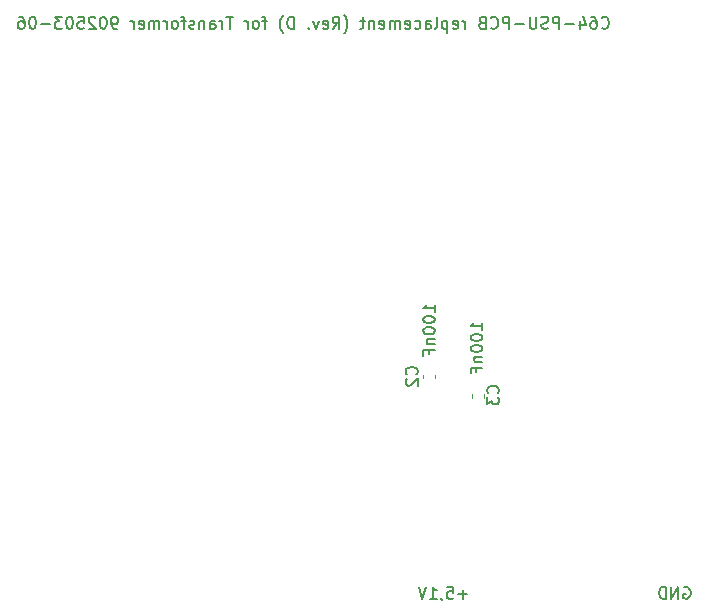
<source format=gbr>
%TF.GenerationSoftware,KiCad,Pcbnew,7.0.9*%
%TF.CreationDate,2025-04-20T12:55:00+02:00*%
%TF.ProjectId,C64-PSU-PCB-replacement-for-902503-06,4336342d-5053-4552-9d50-43422d726570,D*%
%TF.SameCoordinates,Original*%
%TF.FileFunction,Legend,Bot*%
%TF.FilePolarity,Positive*%
%FSLAX46Y46*%
G04 Gerber Fmt 4.6, Leading zero omitted, Abs format (unit mm)*
G04 Created by KiCad (PCBNEW 7.0.9) date 2025-04-20 12:55:00*
%MOMM*%
%LPD*%
G01*
G04 APERTURE LIST*
%ADD10C,0.150000*%
%ADD11C,0.120000*%
G04 APERTURE END LIST*
D10*
X86380765Y-27029580D02*
X86428384Y-27077200D01*
X86428384Y-27077200D02*
X86571241Y-27124819D01*
X86571241Y-27124819D02*
X86666479Y-27124819D01*
X86666479Y-27124819D02*
X86809336Y-27077200D01*
X86809336Y-27077200D02*
X86904574Y-26981961D01*
X86904574Y-26981961D02*
X86952193Y-26886723D01*
X86952193Y-26886723D02*
X86999812Y-26696247D01*
X86999812Y-26696247D02*
X86999812Y-26553390D01*
X86999812Y-26553390D02*
X86952193Y-26362914D01*
X86952193Y-26362914D02*
X86904574Y-26267676D01*
X86904574Y-26267676D02*
X86809336Y-26172438D01*
X86809336Y-26172438D02*
X86666479Y-26124819D01*
X86666479Y-26124819D02*
X86571241Y-26124819D01*
X86571241Y-26124819D02*
X86428384Y-26172438D01*
X86428384Y-26172438D02*
X86380765Y-26220057D01*
X85523622Y-26124819D02*
X85714098Y-26124819D01*
X85714098Y-26124819D02*
X85809336Y-26172438D01*
X85809336Y-26172438D02*
X85856955Y-26220057D01*
X85856955Y-26220057D02*
X85952193Y-26362914D01*
X85952193Y-26362914D02*
X85999812Y-26553390D01*
X85999812Y-26553390D02*
X85999812Y-26934342D01*
X85999812Y-26934342D02*
X85952193Y-27029580D01*
X85952193Y-27029580D02*
X85904574Y-27077200D01*
X85904574Y-27077200D02*
X85809336Y-27124819D01*
X85809336Y-27124819D02*
X85618860Y-27124819D01*
X85618860Y-27124819D02*
X85523622Y-27077200D01*
X85523622Y-27077200D02*
X85476003Y-27029580D01*
X85476003Y-27029580D02*
X85428384Y-26934342D01*
X85428384Y-26934342D02*
X85428384Y-26696247D01*
X85428384Y-26696247D02*
X85476003Y-26601009D01*
X85476003Y-26601009D02*
X85523622Y-26553390D01*
X85523622Y-26553390D02*
X85618860Y-26505771D01*
X85618860Y-26505771D02*
X85809336Y-26505771D01*
X85809336Y-26505771D02*
X85904574Y-26553390D01*
X85904574Y-26553390D02*
X85952193Y-26601009D01*
X85952193Y-26601009D02*
X85999812Y-26696247D01*
X84571241Y-26458152D02*
X84571241Y-27124819D01*
X84809336Y-26077200D02*
X85047431Y-26791485D01*
X85047431Y-26791485D02*
X84428384Y-26791485D01*
X84047431Y-26743866D02*
X83285527Y-26743866D01*
X82809336Y-27124819D02*
X82809336Y-26124819D01*
X82809336Y-26124819D02*
X82428384Y-26124819D01*
X82428384Y-26124819D02*
X82333146Y-26172438D01*
X82333146Y-26172438D02*
X82285527Y-26220057D01*
X82285527Y-26220057D02*
X82237908Y-26315295D01*
X82237908Y-26315295D02*
X82237908Y-26458152D01*
X82237908Y-26458152D02*
X82285527Y-26553390D01*
X82285527Y-26553390D02*
X82333146Y-26601009D01*
X82333146Y-26601009D02*
X82428384Y-26648628D01*
X82428384Y-26648628D02*
X82809336Y-26648628D01*
X81856955Y-27077200D02*
X81714098Y-27124819D01*
X81714098Y-27124819D02*
X81476003Y-27124819D01*
X81476003Y-27124819D02*
X81380765Y-27077200D01*
X81380765Y-27077200D02*
X81333146Y-27029580D01*
X81333146Y-27029580D02*
X81285527Y-26934342D01*
X81285527Y-26934342D02*
X81285527Y-26839104D01*
X81285527Y-26839104D02*
X81333146Y-26743866D01*
X81333146Y-26743866D02*
X81380765Y-26696247D01*
X81380765Y-26696247D02*
X81476003Y-26648628D01*
X81476003Y-26648628D02*
X81666479Y-26601009D01*
X81666479Y-26601009D02*
X81761717Y-26553390D01*
X81761717Y-26553390D02*
X81809336Y-26505771D01*
X81809336Y-26505771D02*
X81856955Y-26410533D01*
X81856955Y-26410533D02*
X81856955Y-26315295D01*
X81856955Y-26315295D02*
X81809336Y-26220057D01*
X81809336Y-26220057D02*
X81761717Y-26172438D01*
X81761717Y-26172438D02*
X81666479Y-26124819D01*
X81666479Y-26124819D02*
X81428384Y-26124819D01*
X81428384Y-26124819D02*
X81285527Y-26172438D01*
X80856955Y-26124819D02*
X80856955Y-26934342D01*
X80856955Y-26934342D02*
X80809336Y-27029580D01*
X80809336Y-27029580D02*
X80761717Y-27077200D01*
X80761717Y-27077200D02*
X80666479Y-27124819D01*
X80666479Y-27124819D02*
X80476003Y-27124819D01*
X80476003Y-27124819D02*
X80380765Y-27077200D01*
X80380765Y-27077200D02*
X80333146Y-27029580D01*
X80333146Y-27029580D02*
X80285527Y-26934342D01*
X80285527Y-26934342D02*
X80285527Y-26124819D01*
X79809336Y-26743866D02*
X79047432Y-26743866D01*
X78571241Y-27124819D02*
X78571241Y-26124819D01*
X78571241Y-26124819D02*
X78190289Y-26124819D01*
X78190289Y-26124819D02*
X78095051Y-26172438D01*
X78095051Y-26172438D02*
X78047432Y-26220057D01*
X78047432Y-26220057D02*
X77999813Y-26315295D01*
X77999813Y-26315295D02*
X77999813Y-26458152D01*
X77999813Y-26458152D02*
X78047432Y-26553390D01*
X78047432Y-26553390D02*
X78095051Y-26601009D01*
X78095051Y-26601009D02*
X78190289Y-26648628D01*
X78190289Y-26648628D02*
X78571241Y-26648628D01*
X76999813Y-27029580D02*
X77047432Y-27077200D01*
X77047432Y-27077200D02*
X77190289Y-27124819D01*
X77190289Y-27124819D02*
X77285527Y-27124819D01*
X77285527Y-27124819D02*
X77428384Y-27077200D01*
X77428384Y-27077200D02*
X77523622Y-26981961D01*
X77523622Y-26981961D02*
X77571241Y-26886723D01*
X77571241Y-26886723D02*
X77618860Y-26696247D01*
X77618860Y-26696247D02*
X77618860Y-26553390D01*
X77618860Y-26553390D02*
X77571241Y-26362914D01*
X77571241Y-26362914D02*
X77523622Y-26267676D01*
X77523622Y-26267676D02*
X77428384Y-26172438D01*
X77428384Y-26172438D02*
X77285527Y-26124819D01*
X77285527Y-26124819D02*
X77190289Y-26124819D01*
X77190289Y-26124819D02*
X77047432Y-26172438D01*
X77047432Y-26172438D02*
X76999813Y-26220057D01*
X76237908Y-26601009D02*
X76095051Y-26648628D01*
X76095051Y-26648628D02*
X76047432Y-26696247D01*
X76047432Y-26696247D02*
X75999813Y-26791485D01*
X75999813Y-26791485D02*
X75999813Y-26934342D01*
X75999813Y-26934342D02*
X76047432Y-27029580D01*
X76047432Y-27029580D02*
X76095051Y-27077200D01*
X76095051Y-27077200D02*
X76190289Y-27124819D01*
X76190289Y-27124819D02*
X76571241Y-27124819D01*
X76571241Y-27124819D02*
X76571241Y-26124819D01*
X76571241Y-26124819D02*
X76237908Y-26124819D01*
X76237908Y-26124819D02*
X76142670Y-26172438D01*
X76142670Y-26172438D02*
X76095051Y-26220057D01*
X76095051Y-26220057D02*
X76047432Y-26315295D01*
X76047432Y-26315295D02*
X76047432Y-26410533D01*
X76047432Y-26410533D02*
X76095051Y-26505771D01*
X76095051Y-26505771D02*
X76142670Y-26553390D01*
X76142670Y-26553390D02*
X76237908Y-26601009D01*
X76237908Y-26601009D02*
X76571241Y-26601009D01*
X74809336Y-27124819D02*
X74809336Y-26458152D01*
X74809336Y-26648628D02*
X74761717Y-26553390D01*
X74761717Y-26553390D02*
X74714098Y-26505771D01*
X74714098Y-26505771D02*
X74618860Y-26458152D01*
X74618860Y-26458152D02*
X74523622Y-26458152D01*
X73809336Y-27077200D02*
X73904574Y-27124819D01*
X73904574Y-27124819D02*
X74095050Y-27124819D01*
X74095050Y-27124819D02*
X74190288Y-27077200D01*
X74190288Y-27077200D02*
X74237907Y-26981961D01*
X74237907Y-26981961D02*
X74237907Y-26601009D01*
X74237907Y-26601009D02*
X74190288Y-26505771D01*
X74190288Y-26505771D02*
X74095050Y-26458152D01*
X74095050Y-26458152D02*
X73904574Y-26458152D01*
X73904574Y-26458152D02*
X73809336Y-26505771D01*
X73809336Y-26505771D02*
X73761717Y-26601009D01*
X73761717Y-26601009D02*
X73761717Y-26696247D01*
X73761717Y-26696247D02*
X74237907Y-26791485D01*
X73333145Y-26458152D02*
X73333145Y-27458152D01*
X73333145Y-26505771D02*
X73237907Y-26458152D01*
X73237907Y-26458152D02*
X73047431Y-26458152D01*
X73047431Y-26458152D02*
X72952193Y-26505771D01*
X72952193Y-26505771D02*
X72904574Y-26553390D01*
X72904574Y-26553390D02*
X72856955Y-26648628D01*
X72856955Y-26648628D02*
X72856955Y-26934342D01*
X72856955Y-26934342D02*
X72904574Y-27029580D01*
X72904574Y-27029580D02*
X72952193Y-27077200D01*
X72952193Y-27077200D02*
X73047431Y-27124819D01*
X73047431Y-27124819D02*
X73237907Y-27124819D01*
X73237907Y-27124819D02*
X73333145Y-27077200D01*
X72285526Y-27124819D02*
X72380764Y-27077200D01*
X72380764Y-27077200D02*
X72428383Y-26981961D01*
X72428383Y-26981961D02*
X72428383Y-26124819D01*
X71476002Y-27124819D02*
X71476002Y-26601009D01*
X71476002Y-26601009D02*
X71523621Y-26505771D01*
X71523621Y-26505771D02*
X71618859Y-26458152D01*
X71618859Y-26458152D02*
X71809335Y-26458152D01*
X71809335Y-26458152D02*
X71904573Y-26505771D01*
X71476002Y-27077200D02*
X71571240Y-27124819D01*
X71571240Y-27124819D02*
X71809335Y-27124819D01*
X71809335Y-27124819D02*
X71904573Y-27077200D01*
X71904573Y-27077200D02*
X71952192Y-26981961D01*
X71952192Y-26981961D02*
X71952192Y-26886723D01*
X71952192Y-26886723D02*
X71904573Y-26791485D01*
X71904573Y-26791485D02*
X71809335Y-26743866D01*
X71809335Y-26743866D02*
X71571240Y-26743866D01*
X71571240Y-26743866D02*
X71476002Y-26696247D01*
X70571240Y-27077200D02*
X70666478Y-27124819D01*
X70666478Y-27124819D02*
X70856954Y-27124819D01*
X70856954Y-27124819D02*
X70952192Y-27077200D01*
X70952192Y-27077200D02*
X70999811Y-27029580D01*
X70999811Y-27029580D02*
X71047430Y-26934342D01*
X71047430Y-26934342D02*
X71047430Y-26648628D01*
X71047430Y-26648628D02*
X70999811Y-26553390D01*
X70999811Y-26553390D02*
X70952192Y-26505771D01*
X70952192Y-26505771D02*
X70856954Y-26458152D01*
X70856954Y-26458152D02*
X70666478Y-26458152D01*
X70666478Y-26458152D02*
X70571240Y-26505771D01*
X69761716Y-27077200D02*
X69856954Y-27124819D01*
X69856954Y-27124819D02*
X70047430Y-27124819D01*
X70047430Y-27124819D02*
X70142668Y-27077200D01*
X70142668Y-27077200D02*
X70190287Y-26981961D01*
X70190287Y-26981961D02*
X70190287Y-26601009D01*
X70190287Y-26601009D02*
X70142668Y-26505771D01*
X70142668Y-26505771D02*
X70047430Y-26458152D01*
X70047430Y-26458152D02*
X69856954Y-26458152D01*
X69856954Y-26458152D02*
X69761716Y-26505771D01*
X69761716Y-26505771D02*
X69714097Y-26601009D01*
X69714097Y-26601009D02*
X69714097Y-26696247D01*
X69714097Y-26696247D02*
X70190287Y-26791485D01*
X69285525Y-27124819D02*
X69285525Y-26458152D01*
X69285525Y-26553390D02*
X69237906Y-26505771D01*
X69237906Y-26505771D02*
X69142668Y-26458152D01*
X69142668Y-26458152D02*
X68999811Y-26458152D01*
X68999811Y-26458152D02*
X68904573Y-26505771D01*
X68904573Y-26505771D02*
X68856954Y-26601009D01*
X68856954Y-26601009D02*
X68856954Y-27124819D01*
X68856954Y-26601009D02*
X68809335Y-26505771D01*
X68809335Y-26505771D02*
X68714097Y-26458152D01*
X68714097Y-26458152D02*
X68571240Y-26458152D01*
X68571240Y-26458152D02*
X68476001Y-26505771D01*
X68476001Y-26505771D02*
X68428382Y-26601009D01*
X68428382Y-26601009D02*
X68428382Y-27124819D01*
X67571240Y-27077200D02*
X67666478Y-27124819D01*
X67666478Y-27124819D02*
X67856954Y-27124819D01*
X67856954Y-27124819D02*
X67952192Y-27077200D01*
X67952192Y-27077200D02*
X67999811Y-26981961D01*
X67999811Y-26981961D02*
X67999811Y-26601009D01*
X67999811Y-26601009D02*
X67952192Y-26505771D01*
X67952192Y-26505771D02*
X67856954Y-26458152D01*
X67856954Y-26458152D02*
X67666478Y-26458152D01*
X67666478Y-26458152D02*
X67571240Y-26505771D01*
X67571240Y-26505771D02*
X67523621Y-26601009D01*
X67523621Y-26601009D02*
X67523621Y-26696247D01*
X67523621Y-26696247D02*
X67999811Y-26791485D01*
X67095049Y-26458152D02*
X67095049Y-27124819D01*
X67095049Y-26553390D02*
X67047430Y-26505771D01*
X67047430Y-26505771D02*
X66952192Y-26458152D01*
X66952192Y-26458152D02*
X66809335Y-26458152D01*
X66809335Y-26458152D02*
X66714097Y-26505771D01*
X66714097Y-26505771D02*
X66666478Y-26601009D01*
X66666478Y-26601009D02*
X66666478Y-27124819D01*
X66333144Y-26458152D02*
X65952192Y-26458152D01*
X66190287Y-26124819D02*
X66190287Y-26981961D01*
X66190287Y-26981961D02*
X66142668Y-27077200D01*
X66142668Y-27077200D02*
X66047430Y-27124819D01*
X66047430Y-27124819D02*
X65952192Y-27124819D01*
X64571239Y-27505771D02*
X64618858Y-27458152D01*
X64618858Y-27458152D02*
X64714096Y-27315295D01*
X64714096Y-27315295D02*
X64761715Y-27220057D01*
X64761715Y-27220057D02*
X64809334Y-27077200D01*
X64809334Y-27077200D02*
X64856953Y-26839104D01*
X64856953Y-26839104D02*
X64856953Y-26648628D01*
X64856953Y-26648628D02*
X64809334Y-26410533D01*
X64809334Y-26410533D02*
X64761715Y-26267676D01*
X64761715Y-26267676D02*
X64714096Y-26172438D01*
X64714096Y-26172438D02*
X64618858Y-26029580D01*
X64618858Y-26029580D02*
X64571239Y-25981961D01*
X63618858Y-27124819D02*
X63952191Y-26648628D01*
X64190286Y-27124819D02*
X64190286Y-26124819D01*
X64190286Y-26124819D02*
X63809334Y-26124819D01*
X63809334Y-26124819D02*
X63714096Y-26172438D01*
X63714096Y-26172438D02*
X63666477Y-26220057D01*
X63666477Y-26220057D02*
X63618858Y-26315295D01*
X63618858Y-26315295D02*
X63618858Y-26458152D01*
X63618858Y-26458152D02*
X63666477Y-26553390D01*
X63666477Y-26553390D02*
X63714096Y-26601009D01*
X63714096Y-26601009D02*
X63809334Y-26648628D01*
X63809334Y-26648628D02*
X64190286Y-26648628D01*
X62809334Y-27077200D02*
X62904572Y-27124819D01*
X62904572Y-27124819D02*
X63095048Y-27124819D01*
X63095048Y-27124819D02*
X63190286Y-27077200D01*
X63190286Y-27077200D02*
X63237905Y-26981961D01*
X63237905Y-26981961D02*
X63237905Y-26601009D01*
X63237905Y-26601009D02*
X63190286Y-26505771D01*
X63190286Y-26505771D02*
X63095048Y-26458152D01*
X63095048Y-26458152D02*
X62904572Y-26458152D01*
X62904572Y-26458152D02*
X62809334Y-26505771D01*
X62809334Y-26505771D02*
X62761715Y-26601009D01*
X62761715Y-26601009D02*
X62761715Y-26696247D01*
X62761715Y-26696247D02*
X63237905Y-26791485D01*
X62428381Y-26458152D02*
X62190286Y-27124819D01*
X62190286Y-27124819D02*
X61952191Y-26458152D01*
X61571238Y-27029580D02*
X61523619Y-27077200D01*
X61523619Y-27077200D02*
X61571238Y-27124819D01*
X61571238Y-27124819D02*
X61618857Y-27077200D01*
X61618857Y-27077200D02*
X61571238Y-27029580D01*
X61571238Y-27029580D02*
X61571238Y-27124819D01*
X60333143Y-27124819D02*
X60333143Y-26124819D01*
X60333143Y-26124819D02*
X60095048Y-26124819D01*
X60095048Y-26124819D02*
X59952191Y-26172438D01*
X59952191Y-26172438D02*
X59856953Y-26267676D01*
X59856953Y-26267676D02*
X59809334Y-26362914D01*
X59809334Y-26362914D02*
X59761715Y-26553390D01*
X59761715Y-26553390D02*
X59761715Y-26696247D01*
X59761715Y-26696247D02*
X59809334Y-26886723D01*
X59809334Y-26886723D02*
X59856953Y-26981961D01*
X59856953Y-26981961D02*
X59952191Y-27077200D01*
X59952191Y-27077200D02*
X60095048Y-27124819D01*
X60095048Y-27124819D02*
X60333143Y-27124819D01*
X59428381Y-27505771D02*
X59380762Y-27458152D01*
X59380762Y-27458152D02*
X59285524Y-27315295D01*
X59285524Y-27315295D02*
X59237905Y-27220057D01*
X59237905Y-27220057D02*
X59190286Y-27077200D01*
X59190286Y-27077200D02*
X59142667Y-26839104D01*
X59142667Y-26839104D02*
X59142667Y-26648628D01*
X59142667Y-26648628D02*
X59190286Y-26410533D01*
X59190286Y-26410533D02*
X59237905Y-26267676D01*
X59237905Y-26267676D02*
X59285524Y-26172438D01*
X59285524Y-26172438D02*
X59380762Y-26029580D01*
X59380762Y-26029580D02*
X59428381Y-25981961D01*
X58047428Y-26458152D02*
X57666476Y-26458152D01*
X57904571Y-27124819D02*
X57904571Y-26267676D01*
X57904571Y-26267676D02*
X57856952Y-26172438D01*
X57856952Y-26172438D02*
X57761714Y-26124819D01*
X57761714Y-26124819D02*
X57666476Y-26124819D01*
X57190285Y-27124819D02*
X57285523Y-27077200D01*
X57285523Y-27077200D02*
X57333142Y-27029580D01*
X57333142Y-27029580D02*
X57380761Y-26934342D01*
X57380761Y-26934342D02*
X57380761Y-26648628D01*
X57380761Y-26648628D02*
X57333142Y-26553390D01*
X57333142Y-26553390D02*
X57285523Y-26505771D01*
X57285523Y-26505771D02*
X57190285Y-26458152D01*
X57190285Y-26458152D02*
X57047428Y-26458152D01*
X57047428Y-26458152D02*
X56952190Y-26505771D01*
X56952190Y-26505771D02*
X56904571Y-26553390D01*
X56904571Y-26553390D02*
X56856952Y-26648628D01*
X56856952Y-26648628D02*
X56856952Y-26934342D01*
X56856952Y-26934342D02*
X56904571Y-27029580D01*
X56904571Y-27029580D02*
X56952190Y-27077200D01*
X56952190Y-27077200D02*
X57047428Y-27124819D01*
X57047428Y-27124819D02*
X57190285Y-27124819D01*
X56428380Y-27124819D02*
X56428380Y-26458152D01*
X56428380Y-26648628D02*
X56380761Y-26553390D01*
X56380761Y-26553390D02*
X56333142Y-26505771D01*
X56333142Y-26505771D02*
X56237904Y-26458152D01*
X56237904Y-26458152D02*
X56142666Y-26458152D01*
X55190284Y-26124819D02*
X54618856Y-26124819D01*
X54904570Y-27124819D02*
X54904570Y-26124819D01*
X54285522Y-27124819D02*
X54285522Y-26458152D01*
X54285522Y-26648628D02*
X54237903Y-26553390D01*
X54237903Y-26553390D02*
X54190284Y-26505771D01*
X54190284Y-26505771D02*
X54095046Y-26458152D01*
X54095046Y-26458152D02*
X53999808Y-26458152D01*
X53237903Y-27124819D02*
X53237903Y-26601009D01*
X53237903Y-26601009D02*
X53285522Y-26505771D01*
X53285522Y-26505771D02*
X53380760Y-26458152D01*
X53380760Y-26458152D02*
X53571236Y-26458152D01*
X53571236Y-26458152D02*
X53666474Y-26505771D01*
X53237903Y-27077200D02*
X53333141Y-27124819D01*
X53333141Y-27124819D02*
X53571236Y-27124819D01*
X53571236Y-27124819D02*
X53666474Y-27077200D01*
X53666474Y-27077200D02*
X53714093Y-26981961D01*
X53714093Y-26981961D02*
X53714093Y-26886723D01*
X53714093Y-26886723D02*
X53666474Y-26791485D01*
X53666474Y-26791485D02*
X53571236Y-26743866D01*
X53571236Y-26743866D02*
X53333141Y-26743866D01*
X53333141Y-26743866D02*
X53237903Y-26696247D01*
X52761712Y-26458152D02*
X52761712Y-27124819D01*
X52761712Y-26553390D02*
X52714093Y-26505771D01*
X52714093Y-26505771D02*
X52618855Y-26458152D01*
X52618855Y-26458152D02*
X52475998Y-26458152D01*
X52475998Y-26458152D02*
X52380760Y-26505771D01*
X52380760Y-26505771D02*
X52333141Y-26601009D01*
X52333141Y-26601009D02*
X52333141Y-27124819D01*
X51904569Y-27077200D02*
X51809331Y-27124819D01*
X51809331Y-27124819D02*
X51618855Y-27124819D01*
X51618855Y-27124819D02*
X51523617Y-27077200D01*
X51523617Y-27077200D02*
X51475998Y-26981961D01*
X51475998Y-26981961D02*
X51475998Y-26934342D01*
X51475998Y-26934342D02*
X51523617Y-26839104D01*
X51523617Y-26839104D02*
X51618855Y-26791485D01*
X51618855Y-26791485D02*
X51761712Y-26791485D01*
X51761712Y-26791485D02*
X51856950Y-26743866D01*
X51856950Y-26743866D02*
X51904569Y-26648628D01*
X51904569Y-26648628D02*
X51904569Y-26601009D01*
X51904569Y-26601009D02*
X51856950Y-26505771D01*
X51856950Y-26505771D02*
X51761712Y-26458152D01*
X51761712Y-26458152D02*
X51618855Y-26458152D01*
X51618855Y-26458152D02*
X51523617Y-26505771D01*
X51190283Y-26458152D02*
X50809331Y-26458152D01*
X51047426Y-27124819D02*
X51047426Y-26267676D01*
X51047426Y-26267676D02*
X50999807Y-26172438D01*
X50999807Y-26172438D02*
X50904569Y-26124819D01*
X50904569Y-26124819D02*
X50809331Y-26124819D01*
X50333140Y-27124819D02*
X50428378Y-27077200D01*
X50428378Y-27077200D02*
X50475997Y-27029580D01*
X50475997Y-27029580D02*
X50523616Y-26934342D01*
X50523616Y-26934342D02*
X50523616Y-26648628D01*
X50523616Y-26648628D02*
X50475997Y-26553390D01*
X50475997Y-26553390D02*
X50428378Y-26505771D01*
X50428378Y-26505771D02*
X50333140Y-26458152D01*
X50333140Y-26458152D02*
X50190283Y-26458152D01*
X50190283Y-26458152D02*
X50095045Y-26505771D01*
X50095045Y-26505771D02*
X50047426Y-26553390D01*
X50047426Y-26553390D02*
X49999807Y-26648628D01*
X49999807Y-26648628D02*
X49999807Y-26934342D01*
X49999807Y-26934342D02*
X50047426Y-27029580D01*
X50047426Y-27029580D02*
X50095045Y-27077200D01*
X50095045Y-27077200D02*
X50190283Y-27124819D01*
X50190283Y-27124819D02*
X50333140Y-27124819D01*
X49571235Y-27124819D02*
X49571235Y-26458152D01*
X49571235Y-26648628D02*
X49523616Y-26553390D01*
X49523616Y-26553390D02*
X49475997Y-26505771D01*
X49475997Y-26505771D02*
X49380759Y-26458152D01*
X49380759Y-26458152D02*
X49285521Y-26458152D01*
X48952187Y-27124819D02*
X48952187Y-26458152D01*
X48952187Y-26553390D02*
X48904568Y-26505771D01*
X48904568Y-26505771D02*
X48809330Y-26458152D01*
X48809330Y-26458152D02*
X48666473Y-26458152D01*
X48666473Y-26458152D02*
X48571235Y-26505771D01*
X48571235Y-26505771D02*
X48523616Y-26601009D01*
X48523616Y-26601009D02*
X48523616Y-27124819D01*
X48523616Y-26601009D02*
X48475997Y-26505771D01*
X48475997Y-26505771D02*
X48380759Y-26458152D01*
X48380759Y-26458152D02*
X48237902Y-26458152D01*
X48237902Y-26458152D02*
X48142663Y-26505771D01*
X48142663Y-26505771D02*
X48095044Y-26601009D01*
X48095044Y-26601009D02*
X48095044Y-27124819D01*
X47237902Y-27077200D02*
X47333140Y-27124819D01*
X47333140Y-27124819D02*
X47523616Y-27124819D01*
X47523616Y-27124819D02*
X47618854Y-27077200D01*
X47618854Y-27077200D02*
X47666473Y-26981961D01*
X47666473Y-26981961D02*
X47666473Y-26601009D01*
X47666473Y-26601009D02*
X47618854Y-26505771D01*
X47618854Y-26505771D02*
X47523616Y-26458152D01*
X47523616Y-26458152D02*
X47333140Y-26458152D01*
X47333140Y-26458152D02*
X47237902Y-26505771D01*
X47237902Y-26505771D02*
X47190283Y-26601009D01*
X47190283Y-26601009D02*
X47190283Y-26696247D01*
X47190283Y-26696247D02*
X47666473Y-26791485D01*
X46761711Y-27124819D02*
X46761711Y-26458152D01*
X46761711Y-26648628D02*
X46714092Y-26553390D01*
X46714092Y-26553390D02*
X46666473Y-26505771D01*
X46666473Y-26505771D02*
X46571235Y-26458152D01*
X46571235Y-26458152D02*
X46475997Y-26458152D01*
X45333139Y-27124819D02*
X45142663Y-27124819D01*
X45142663Y-27124819D02*
X45047425Y-27077200D01*
X45047425Y-27077200D02*
X44999806Y-27029580D01*
X44999806Y-27029580D02*
X44904568Y-26886723D01*
X44904568Y-26886723D02*
X44856949Y-26696247D01*
X44856949Y-26696247D02*
X44856949Y-26315295D01*
X44856949Y-26315295D02*
X44904568Y-26220057D01*
X44904568Y-26220057D02*
X44952187Y-26172438D01*
X44952187Y-26172438D02*
X45047425Y-26124819D01*
X45047425Y-26124819D02*
X45237901Y-26124819D01*
X45237901Y-26124819D02*
X45333139Y-26172438D01*
X45333139Y-26172438D02*
X45380758Y-26220057D01*
X45380758Y-26220057D02*
X45428377Y-26315295D01*
X45428377Y-26315295D02*
X45428377Y-26553390D01*
X45428377Y-26553390D02*
X45380758Y-26648628D01*
X45380758Y-26648628D02*
X45333139Y-26696247D01*
X45333139Y-26696247D02*
X45237901Y-26743866D01*
X45237901Y-26743866D02*
X45047425Y-26743866D01*
X45047425Y-26743866D02*
X44952187Y-26696247D01*
X44952187Y-26696247D02*
X44904568Y-26648628D01*
X44904568Y-26648628D02*
X44856949Y-26553390D01*
X44237901Y-26124819D02*
X44142663Y-26124819D01*
X44142663Y-26124819D02*
X44047425Y-26172438D01*
X44047425Y-26172438D02*
X43999806Y-26220057D01*
X43999806Y-26220057D02*
X43952187Y-26315295D01*
X43952187Y-26315295D02*
X43904568Y-26505771D01*
X43904568Y-26505771D02*
X43904568Y-26743866D01*
X43904568Y-26743866D02*
X43952187Y-26934342D01*
X43952187Y-26934342D02*
X43999806Y-27029580D01*
X43999806Y-27029580D02*
X44047425Y-27077200D01*
X44047425Y-27077200D02*
X44142663Y-27124819D01*
X44142663Y-27124819D02*
X44237901Y-27124819D01*
X44237901Y-27124819D02*
X44333139Y-27077200D01*
X44333139Y-27077200D02*
X44380758Y-27029580D01*
X44380758Y-27029580D02*
X44428377Y-26934342D01*
X44428377Y-26934342D02*
X44475996Y-26743866D01*
X44475996Y-26743866D02*
X44475996Y-26505771D01*
X44475996Y-26505771D02*
X44428377Y-26315295D01*
X44428377Y-26315295D02*
X44380758Y-26220057D01*
X44380758Y-26220057D02*
X44333139Y-26172438D01*
X44333139Y-26172438D02*
X44237901Y-26124819D01*
X43523615Y-26220057D02*
X43475996Y-26172438D01*
X43475996Y-26172438D02*
X43380758Y-26124819D01*
X43380758Y-26124819D02*
X43142663Y-26124819D01*
X43142663Y-26124819D02*
X43047425Y-26172438D01*
X43047425Y-26172438D02*
X42999806Y-26220057D01*
X42999806Y-26220057D02*
X42952187Y-26315295D01*
X42952187Y-26315295D02*
X42952187Y-26410533D01*
X42952187Y-26410533D02*
X42999806Y-26553390D01*
X42999806Y-26553390D02*
X43571234Y-27124819D01*
X43571234Y-27124819D02*
X42952187Y-27124819D01*
X42047425Y-26124819D02*
X42523615Y-26124819D01*
X42523615Y-26124819D02*
X42571234Y-26601009D01*
X42571234Y-26601009D02*
X42523615Y-26553390D01*
X42523615Y-26553390D02*
X42428377Y-26505771D01*
X42428377Y-26505771D02*
X42190282Y-26505771D01*
X42190282Y-26505771D02*
X42095044Y-26553390D01*
X42095044Y-26553390D02*
X42047425Y-26601009D01*
X42047425Y-26601009D02*
X41999806Y-26696247D01*
X41999806Y-26696247D02*
X41999806Y-26934342D01*
X41999806Y-26934342D02*
X42047425Y-27029580D01*
X42047425Y-27029580D02*
X42095044Y-27077200D01*
X42095044Y-27077200D02*
X42190282Y-27124819D01*
X42190282Y-27124819D02*
X42428377Y-27124819D01*
X42428377Y-27124819D02*
X42523615Y-27077200D01*
X42523615Y-27077200D02*
X42571234Y-27029580D01*
X41380758Y-26124819D02*
X41285520Y-26124819D01*
X41285520Y-26124819D02*
X41190282Y-26172438D01*
X41190282Y-26172438D02*
X41142663Y-26220057D01*
X41142663Y-26220057D02*
X41095044Y-26315295D01*
X41095044Y-26315295D02*
X41047425Y-26505771D01*
X41047425Y-26505771D02*
X41047425Y-26743866D01*
X41047425Y-26743866D02*
X41095044Y-26934342D01*
X41095044Y-26934342D02*
X41142663Y-27029580D01*
X41142663Y-27029580D02*
X41190282Y-27077200D01*
X41190282Y-27077200D02*
X41285520Y-27124819D01*
X41285520Y-27124819D02*
X41380758Y-27124819D01*
X41380758Y-27124819D02*
X41475996Y-27077200D01*
X41475996Y-27077200D02*
X41523615Y-27029580D01*
X41523615Y-27029580D02*
X41571234Y-26934342D01*
X41571234Y-26934342D02*
X41618853Y-26743866D01*
X41618853Y-26743866D02*
X41618853Y-26505771D01*
X41618853Y-26505771D02*
X41571234Y-26315295D01*
X41571234Y-26315295D02*
X41523615Y-26220057D01*
X41523615Y-26220057D02*
X41475996Y-26172438D01*
X41475996Y-26172438D02*
X41380758Y-26124819D01*
X40714091Y-26124819D02*
X40095044Y-26124819D01*
X40095044Y-26124819D02*
X40428377Y-26505771D01*
X40428377Y-26505771D02*
X40285520Y-26505771D01*
X40285520Y-26505771D02*
X40190282Y-26553390D01*
X40190282Y-26553390D02*
X40142663Y-26601009D01*
X40142663Y-26601009D02*
X40095044Y-26696247D01*
X40095044Y-26696247D02*
X40095044Y-26934342D01*
X40095044Y-26934342D02*
X40142663Y-27029580D01*
X40142663Y-27029580D02*
X40190282Y-27077200D01*
X40190282Y-27077200D02*
X40285520Y-27124819D01*
X40285520Y-27124819D02*
X40571234Y-27124819D01*
X40571234Y-27124819D02*
X40666472Y-27077200D01*
X40666472Y-27077200D02*
X40714091Y-27029580D01*
X39666472Y-26743866D02*
X38904568Y-26743866D01*
X38237901Y-26124819D02*
X38142663Y-26124819D01*
X38142663Y-26124819D02*
X38047425Y-26172438D01*
X38047425Y-26172438D02*
X37999806Y-26220057D01*
X37999806Y-26220057D02*
X37952187Y-26315295D01*
X37952187Y-26315295D02*
X37904568Y-26505771D01*
X37904568Y-26505771D02*
X37904568Y-26743866D01*
X37904568Y-26743866D02*
X37952187Y-26934342D01*
X37952187Y-26934342D02*
X37999806Y-27029580D01*
X37999806Y-27029580D02*
X38047425Y-27077200D01*
X38047425Y-27077200D02*
X38142663Y-27124819D01*
X38142663Y-27124819D02*
X38237901Y-27124819D01*
X38237901Y-27124819D02*
X38333139Y-27077200D01*
X38333139Y-27077200D02*
X38380758Y-27029580D01*
X38380758Y-27029580D02*
X38428377Y-26934342D01*
X38428377Y-26934342D02*
X38475996Y-26743866D01*
X38475996Y-26743866D02*
X38475996Y-26505771D01*
X38475996Y-26505771D02*
X38428377Y-26315295D01*
X38428377Y-26315295D02*
X38380758Y-26220057D01*
X38380758Y-26220057D02*
X38333139Y-26172438D01*
X38333139Y-26172438D02*
X38237901Y-26124819D01*
X37047425Y-26124819D02*
X37237901Y-26124819D01*
X37237901Y-26124819D02*
X37333139Y-26172438D01*
X37333139Y-26172438D02*
X37380758Y-26220057D01*
X37380758Y-26220057D02*
X37475996Y-26362914D01*
X37475996Y-26362914D02*
X37523615Y-26553390D01*
X37523615Y-26553390D02*
X37523615Y-26934342D01*
X37523615Y-26934342D02*
X37475996Y-27029580D01*
X37475996Y-27029580D02*
X37428377Y-27077200D01*
X37428377Y-27077200D02*
X37333139Y-27124819D01*
X37333139Y-27124819D02*
X37142663Y-27124819D01*
X37142663Y-27124819D02*
X37047425Y-27077200D01*
X37047425Y-27077200D02*
X36999806Y-27029580D01*
X36999806Y-27029580D02*
X36952187Y-26934342D01*
X36952187Y-26934342D02*
X36952187Y-26696247D01*
X36952187Y-26696247D02*
X36999806Y-26601009D01*
X36999806Y-26601009D02*
X37047425Y-26553390D01*
X37047425Y-26553390D02*
X37142663Y-26505771D01*
X37142663Y-26505771D02*
X37333139Y-26505771D01*
X37333139Y-26505771D02*
X37428377Y-26553390D01*
X37428377Y-26553390D02*
X37475996Y-26601009D01*
X37475996Y-26601009D02*
X37523615Y-26696247D01*
X93344904Y-74432438D02*
X93440142Y-74384819D01*
X93440142Y-74384819D02*
X93582999Y-74384819D01*
X93582999Y-74384819D02*
X93725856Y-74432438D01*
X93725856Y-74432438D02*
X93821094Y-74527676D01*
X93821094Y-74527676D02*
X93868713Y-74622914D01*
X93868713Y-74622914D02*
X93916332Y-74813390D01*
X93916332Y-74813390D02*
X93916332Y-74956247D01*
X93916332Y-74956247D02*
X93868713Y-75146723D01*
X93868713Y-75146723D02*
X93821094Y-75241961D01*
X93821094Y-75241961D02*
X93725856Y-75337200D01*
X93725856Y-75337200D02*
X93582999Y-75384819D01*
X93582999Y-75384819D02*
X93487761Y-75384819D01*
X93487761Y-75384819D02*
X93344904Y-75337200D01*
X93344904Y-75337200D02*
X93297285Y-75289580D01*
X93297285Y-75289580D02*
X93297285Y-74956247D01*
X93297285Y-74956247D02*
X93487761Y-74956247D01*
X92868713Y-75384819D02*
X92868713Y-74384819D01*
X92868713Y-74384819D02*
X92297285Y-75384819D01*
X92297285Y-75384819D02*
X92297285Y-74384819D01*
X91821094Y-75384819D02*
X91821094Y-74384819D01*
X91821094Y-74384819D02*
X91582999Y-74384819D01*
X91582999Y-74384819D02*
X91440142Y-74432438D01*
X91440142Y-74432438D02*
X91344904Y-74527676D01*
X91344904Y-74527676D02*
X91297285Y-74622914D01*
X91297285Y-74622914D02*
X91249666Y-74813390D01*
X91249666Y-74813390D02*
X91249666Y-74956247D01*
X91249666Y-74956247D02*
X91297285Y-75146723D01*
X91297285Y-75146723D02*
X91344904Y-75241961D01*
X91344904Y-75241961D02*
X91440142Y-75337200D01*
X91440142Y-75337200D02*
X91582999Y-75384819D01*
X91582999Y-75384819D02*
X91821094Y-75384819D01*
X75024999Y-75003866D02*
X74263095Y-75003866D01*
X74644047Y-75384819D02*
X74644047Y-74622914D01*
X73310714Y-74384819D02*
X73786904Y-74384819D01*
X73786904Y-74384819D02*
X73834523Y-74861009D01*
X73834523Y-74861009D02*
X73786904Y-74813390D01*
X73786904Y-74813390D02*
X73691666Y-74765771D01*
X73691666Y-74765771D02*
X73453571Y-74765771D01*
X73453571Y-74765771D02*
X73358333Y-74813390D01*
X73358333Y-74813390D02*
X73310714Y-74861009D01*
X73310714Y-74861009D02*
X73263095Y-74956247D01*
X73263095Y-74956247D02*
X73263095Y-75194342D01*
X73263095Y-75194342D02*
X73310714Y-75289580D01*
X73310714Y-75289580D02*
X73358333Y-75337200D01*
X73358333Y-75337200D02*
X73453571Y-75384819D01*
X73453571Y-75384819D02*
X73691666Y-75384819D01*
X73691666Y-75384819D02*
X73786904Y-75337200D01*
X73786904Y-75337200D02*
X73834523Y-75289580D01*
X72786904Y-75337200D02*
X72786904Y-75384819D01*
X72786904Y-75384819D02*
X72834523Y-75480057D01*
X72834523Y-75480057D02*
X72882142Y-75527676D01*
X71834524Y-75384819D02*
X72405952Y-75384819D01*
X72120238Y-75384819D02*
X72120238Y-74384819D01*
X72120238Y-74384819D02*
X72215476Y-74527676D01*
X72215476Y-74527676D02*
X72310714Y-74622914D01*
X72310714Y-74622914D02*
X72405952Y-74670533D01*
X71548809Y-74384819D02*
X71215476Y-75384819D01*
X71215476Y-75384819D02*
X70882143Y-74384819D01*
X70709980Y-56387873D02*
X70757600Y-56340254D01*
X70757600Y-56340254D02*
X70805219Y-56197397D01*
X70805219Y-56197397D02*
X70805219Y-56102159D01*
X70805219Y-56102159D02*
X70757600Y-55959302D01*
X70757600Y-55959302D02*
X70662361Y-55864064D01*
X70662361Y-55864064D02*
X70567123Y-55816445D01*
X70567123Y-55816445D02*
X70376647Y-55768826D01*
X70376647Y-55768826D02*
X70233790Y-55768826D01*
X70233790Y-55768826D02*
X70043314Y-55816445D01*
X70043314Y-55816445D02*
X69948076Y-55864064D01*
X69948076Y-55864064D02*
X69852838Y-55959302D01*
X69852838Y-55959302D02*
X69805219Y-56102159D01*
X69805219Y-56102159D02*
X69805219Y-56197397D01*
X69805219Y-56197397D02*
X69852838Y-56340254D01*
X69852838Y-56340254D02*
X69900457Y-56387873D01*
X69900457Y-56768826D02*
X69852838Y-56816445D01*
X69852838Y-56816445D02*
X69805219Y-56911683D01*
X69805219Y-56911683D02*
X69805219Y-57149778D01*
X69805219Y-57149778D02*
X69852838Y-57245016D01*
X69852838Y-57245016D02*
X69900457Y-57292635D01*
X69900457Y-57292635D02*
X69995695Y-57340254D01*
X69995695Y-57340254D02*
X70090933Y-57340254D01*
X70090933Y-57340254D02*
X70233790Y-57292635D01*
X70233790Y-57292635D02*
X70805219Y-56721207D01*
X70805219Y-56721207D02*
X70805219Y-57340254D01*
X72260619Y-51076100D02*
X72260619Y-50504672D01*
X72260619Y-50790386D02*
X71260619Y-50790386D01*
X71260619Y-50790386D02*
X71403476Y-50695148D01*
X71403476Y-50695148D02*
X71498714Y-50599910D01*
X71498714Y-50599910D02*
X71546333Y-50504672D01*
X71260619Y-51695148D02*
X71260619Y-51790386D01*
X71260619Y-51790386D02*
X71308238Y-51885624D01*
X71308238Y-51885624D02*
X71355857Y-51933243D01*
X71355857Y-51933243D02*
X71451095Y-51980862D01*
X71451095Y-51980862D02*
X71641571Y-52028481D01*
X71641571Y-52028481D02*
X71879666Y-52028481D01*
X71879666Y-52028481D02*
X72070142Y-51980862D01*
X72070142Y-51980862D02*
X72165380Y-51933243D01*
X72165380Y-51933243D02*
X72213000Y-51885624D01*
X72213000Y-51885624D02*
X72260619Y-51790386D01*
X72260619Y-51790386D02*
X72260619Y-51695148D01*
X72260619Y-51695148D02*
X72213000Y-51599910D01*
X72213000Y-51599910D02*
X72165380Y-51552291D01*
X72165380Y-51552291D02*
X72070142Y-51504672D01*
X72070142Y-51504672D02*
X71879666Y-51457053D01*
X71879666Y-51457053D02*
X71641571Y-51457053D01*
X71641571Y-51457053D02*
X71451095Y-51504672D01*
X71451095Y-51504672D02*
X71355857Y-51552291D01*
X71355857Y-51552291D02*
X71308238Y-51599910D01*
X71308238Y-51599910D02*
X71260619Y-51695148D01*
X71260619Y-52647529D02*
X71260619Y-52742767D01*
X71260619Y-52742767D02*
X71308238Y-52838005D01*
X71308238Y-52838005D02*
X71355857Y-52885624D01*
X71355857Y-52885624D02*
X71451095Y-52933243D01*
X71451095Y-52933243D02*
X71641571Y-52980862D01*
X71641571Y-52980862D02*
X71879666Y-52980862D01*
X71879666Y-52980862D02*
X72070142Y-52933243D01*
X72070142Y-52933243D02*
X72165380Y-52885624D01*
X72165380Y-52885624D02*
X72213000Y-52838005D01*
X72213000Y-52838005D02*
X72260619Y-52742767D01*
X72260619Y-52742767D02*
X72260619Y-52647529D01*
X72260619Y-52647529D02*
X72213000Y-52552291D01*
X72213000Y-52552291D02*
X72165380Y-52504672D01*
X72165380Y-52504672D02*
X72070142Y-52457053D01*
X72070142Y-52457053D02*
X71879666Y-52409434D01*
X71879666Y-52409434D02*
X71641571Y-52409434D01*
X71641571Y-52409434D02*
X71451095Y-52457053D01*
X71451095Y-52457053D02*
X71355857Y-52504672D01*
X71355857Y-52504672D02*
X71308238Y-52552291D01*
X71308238Y-52552291D02*
X71260619Y-52647529D01*
X71593952Y-53409434D02*
X72260619Y-53409434D01*
X71689190Y-53409434D02*
X71641571Y-53457053D01*
X71641571Y-53457053D02*
X71593952Y-53552291D01*
X71593952Y-53552291D02*
X71593952Y-53695148D01*
X71593952Y-53695148D02*
X71641571Y-53790386D01*
X71641571Y-53790386D02*
X71736809Y-53838005D01*
X71736809Y-53838005D02*
X72260619Y-53838005D01*
X71736809Y-54647529D02*
X71736809Y-54314196D01*
X72260619Y-54314196D02*
X71260619Y-54314196D01*
X71260619Y-54314196D02*
X71260619Y-54790386D01*
X77595900Y-57984093D02*
X77643520Y-57936474D01*
X77643520Y-57936474D02*
X77691139Y-57793617D01*
X77691139Y-57793617D02*
X77691139Y-57698379D01*
X77691139Y-57698379D02*
X77643520Y-57555522D01*
X77643520Y-57555522D02*
X77548281Y-57460284D01*
X77548281Y-57460284D02*
X77453043Y-57412665D01*
X77453043Y-57412665D02*
X77262567Y-57365046D01*
X77262567Y-57365046D02*
X77119710Y-57365046D01*
X77119710Y-57365046D02*
X76929234Y-57412665D01*
X76929234Y-57412665D02*
X76833996Y-57460284D01*
X76833996Y-57460284D02*
X76738758Y-57555522D01*
X76738758Y-57555522D02*
X76691139Y-57698379D01*
X76691139Y-57698379D02*
X76691139Y-57793617D01*
X76691139Y-57793617D02*
X76738758Y-57936474D01*
X76738758Y-57936474D02*
X76786377Y-57984093D01*
X76691139Y-58317427D02*
X76691139Y-58936474D01*
X76691139Y-58936474D02*
X77072091Y-58603141D01*
X77072091Y-58603141D02*
X77072091Y-58745998D01*
X77072091Y-58745998D02*
X77119710Y-58841236D01*
X77119710Y-58841236D02*
X77167329Y-58888855D01*
X77167329Y-58888855D02*
X77262567Y-58936474D01*
X77262567Y-58936474D02*
X77500662Y-58936474D01*
X77500662Y-58936474D02*
X77595900Y-58888855D01*
X77595900Y-58888855D02*
X77643520Y-58841236D01*
X77643520Y-58841236D02*
X77691139Y-58745998D01*
X77691139Y-58745998D02*
X77691139Y-58460284D01*
X77691139Y-58460284D02*
X77643520Y-58365046D01*
X77643520Y-58365046D02*
X77595900Y-58317427D01*
X76289059Y-52589940D02*
X76289059Y-52018512D01*
X76289059Y-52304226D02*
X75289059Y-52304226D01*
X75289059Y-52304226D02*
X75431916Y-52208988D01*
X75431916Y-52208988D02*
X75527154Y-52113750D01*
X75527154Y-52113750D02*
X75574773Y-52018512D01*
X75289059Y-53208988D02*
X75289059Y-53304226D01*
X75289059Y-53304226D02*
X75336678Y-53399464D01*
X75336678Y-53399464D02*
X75384297Y-53447083D01*
X75384297Y-53447083D02*
X75479535Y-53494702D01*
X75479535Y-53494702D02*
X75670011Y-53542321D01*
X75670011Y-53542321D02*
X75908106Y-53542321D01*
X75908106Y-53542321D02*
X76098582Y-53494702D01*
X76098582Y-53494702D02*
X76193820Y-53447083D01*
X76193820Y-53447083D02*
X76241440Y-53399464D01*
X76241440Y-53399464D02*
X76289059Y-53304226D01*
X76289059Y-53304226D02*
X76289059Y-53208988D01*
X76289059Y-53208988D02*
X76241440Y-53113750D01*
X76241440Y-53113750D02*
X76193820Y-53066131D01*
X76193820Y-53066131D02*
X76098582Y-53018512D01*
X76098582Y-53018512D02*
X75908106Y-52970893D01*
X75908106Y-52970893D02*
X75670011Y-52970893D01*
X75670011Y-52970893D02*
X75479535Y-53018512D01*
X75479535Y-53018512D02*
X75384297Y-53066131D01*
X75384297Y-53066131D02*
X75336678Y-53113750D01*
X75336678Y-53113750D02*
X75289059Y-53208988D01*
X75289059Y-54161369D02*
X75289059Y-54256607D01*
X75289059Y-54256607D02*
X75336678Y-54351845D01*
X75336678Y-54351845D02*
X75384297Y-54399464D01*
X75384297Y-54399464D02*
X75479535Y-54447083D01*
X75479535Y-54447083D02*
X75670011Y-54494702D01*
X75670011Y-54494702D02*
X75908106Y-54494702D01*
X75908106Y-54494702D02*
X76098582Y-54447083D01*
X76098582Y-54447083D02*
X76193820Y-54399464D01*
X76193820Y-54399464D02*
X76241440Y-54351845D01*
X76241440Y-54351845D02*
X76289059Y-54256607D01*
X76289059Y-54256607D02*
X76289059Y-54161369D01*
X76289059Y-54161369D02*
X76241440Y-54066131D01*
X76241440Y-54066131D02*
X76193820Y-54018512D01*
X76193820Y-54018512D02*
X76098582Y-53970893D01*
X76098582Y-53970893D02*
X75908106Y-53923274D01*
X75908106Y-53923274D02*
X75670011Y-53923274D01*
X75670011Y-53923274D02*
X75479535Y-53970893D01*
X75479535Y-53970893D02*
X75384297Y-54018512D01*
X75384297Y-54018512D02*
X75336678Y-54066131D01*
X75336678Y-54066131D02*
X75289059Y-54161369D01*
X75622392Y-54923274D02*
X76289059Y-54923274D01*
X75717630Y-54923274D02*
X75670011Y-54970893D01*
X75670011Y-54970893D02*
X75622392Y-55066131D01*
X75622392Y-55066131D02*
X75622392Y-55208988D01*
X75622392Y-55208988D02*
X75670011Y-55304226D01*
X75670011Y-55304226D02*
X75765249Y-55351845D01*
X75765249Y-55351845D02*
X76289059Y-55351845D01*
X75765249Y-56161369D02*
X75765249Y-55828036D01*
X76289059Y-55828036D02*
X75289059Y-55828036D01*
X75289059Y-55828036D02*
X75289059Y-56304226D01*
D11*
%TO.C,C2*%
X72290400Y-56408273D02*
X72290400Y-56700807D01*
X71270400Y-56408273D02*
X71270400Y-56700807D01*
%TO.C,C3*%
X76466160Y-58091953D02*
X76466160Y-58384487D01*
X75446160Y-58091953D02*
X75446160Y-58384487D01*
%TD*%
M02*

</source>
